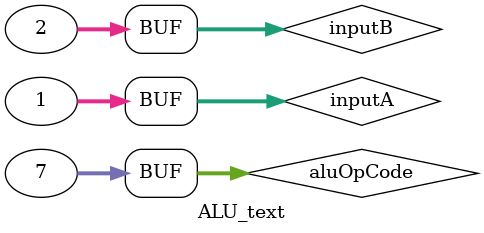
<source format=v>
`timescale 1ns / 1ps


module ALU_text;

	// Inputs
	reg [32:1] inputA;
	reg [32:1] inputB;
	reg [32:1] aluOpCode;

	// Outputs
	wire [32:1] out;

	// Instantiate the Unit Under Test (UUT)
	ALU uut (
		.inputA(inputA), 
		.inputB(inputB), 
		.aluOpCode(aluOpCode), 
		.out(out)
	);

	initial begin
		// Initialize Inputs
		inputA = 1;
		inputB = 2;
		aluOpCode = 4'b0000;

		// Wait 100 ns for global reset to finish
		#100 aluOpCode=4'b0001;
		#100 aluOpCode=4'b0010;
		#100 aluOpCode=4'b0011;
		#100 aluOpCode=4'b0100;
		#100 aluOpCode=4'b0101;
		#100 aluOpCode=4'b0111;

        
		// Add stimulus here

	end
      
endmodule


</source>
